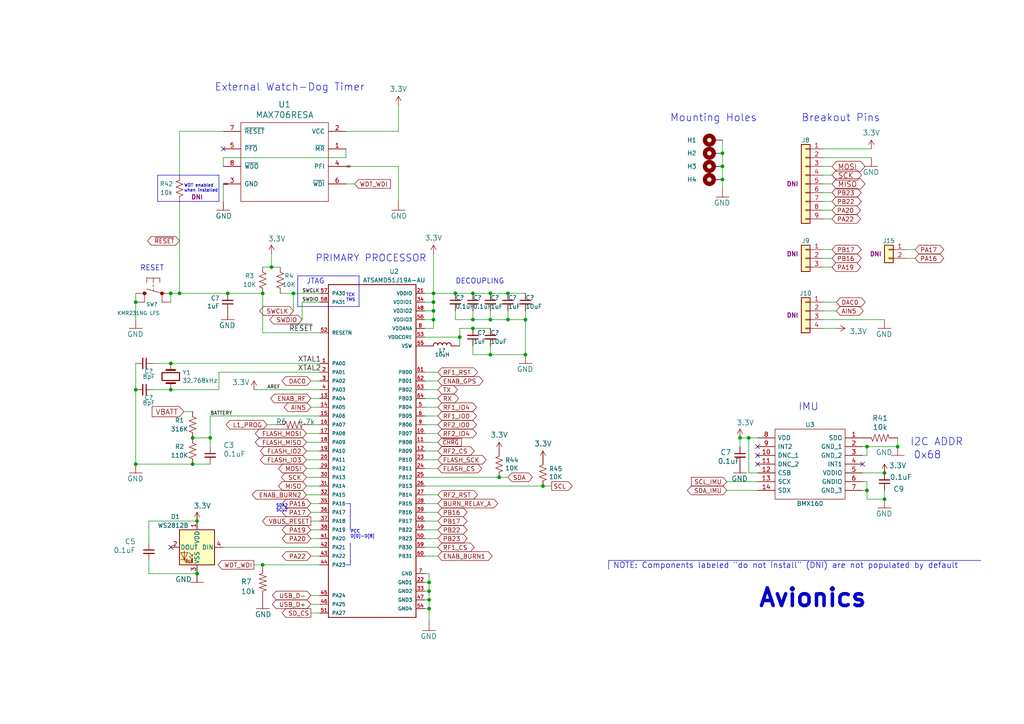
<source format=kicad_sch>
(kicad_sch (version 20230121) (generator eeschema)
  (paper "A4")
  (title_block (title "PyCubed Mainboard") (date "2021-06-09") (rev "v05c") (company "Max Holliday"))
  (junction (at 251.46 129.54))
  (junction (at 49.53 105.41))
  (junction (at 124.46 173.99))
  (junction (at 214.63 127))
  (junction (at 209.55 44.45))
  (junction (at 55.88 127))
  (junction (at 125.73 85.09))
  (junction (at 125.73 87.63))
  (junction (at 251.46 142.24))
  (junction (at 260.35 129.54))
  (junction (at 152.4 102.87))
  (junction (at 133.35 97.79))
  (junction (at 256.54 137.16))
  (junction (at 152.4 92.71))
  (junction (at 49.53 85.09))
  (junction (at 76.2 163.83))
  (junction (at 124.46 168.91))
  (junction (at 55.88 134.62))
  (junction (at 125.73 90.17))
  (junction (at 256.54 144.78))
  (junction (at 142.24 92.71))
  (junction (at 147.32 85.09))
  (junction (at 57.15 151.13))
  (junction (at 217.17 127))
  (junction (at 144.78 138.43))
  (junction (at 157.48 140.97))
  (junction (at 137.16 95.25))
  (junction (at 39.37 134.62))
  (junction (at 52.07 85.09))
  (junction (at 137.16 92.71))
  (junction (at 142.24 85.09))
  (junction (at 125.73 92.71))
  (junction (at 49.53 113.03))
  (junction (at 124.46 176.53))
  (junction (at 209.55 52.07))
  (junction (at 124.46 171.45))
  (junction (at 132.08 85.09))
  (junction (at 209.55 48.26))
  (junction (at 142.24 102.87))
  (junction (at 39.37 87.63))
  (junction (at 60.96 127))
  (junction (at 57.15 166.37))
  (junction (at 39.37 113.03))
  (junction (at 147.32 92.71))
  (junction (at 137.16 85.09))
  (junction (at 66.04 85.09))
  (junction (at 85.09 85.09))
  (junction (at 78.74 77.47))
  (junction (at 76.2 85.09))
  (no_connect (at 219.71 134.62))
  (no_connect (at 219.71 132.08))
  (no_connect (at 250.19 134.62))
  (no_connect (at 64.77 43.18))
  (no_connect (at 219.71 129.54))
  (no_connect (at 49.53 158.75))
  (wire (pts (xy 242.57 95.25) (xy 238.76 95.25)))
  (wire (pts (xy 49.53 113.03) (xy 63.5 113.03)))
  (wire (pts (xy 133.35 95.25) (xy 137.16 95.25)))
  (wire (pts (xy 80.01 123.19) (xy 77.47 123.19)))
  (wire (pts (xy 115.57 48.26) (xy 115.57 58.42)))
  (wire (pts (xy 160.02 140.97) (xy 157.48 140.97)))
  (wire (pts (xy 217.17 127) (xy 219.71 127)))
  (wire (pts (xy 92.71 96.52) (xy 76.2 96.52)))
  (wire (pts (xy 137.16 85.09) (xy 142.24 85.09)))
  (wire (pts (xy 92.71 133.35) (xy 88.9 133.35)))
  (wire (pts (xy 147.32 92.71) (xy 152.4 92.71)))
  (wire (pts (xy 251.46 129.54) (xy 260.35 129.54)))
  (wire (pts (xy 43.18 162.56) (xy 43.18 166.37)))
  (polyline (pts (xy 101.6 146.05) (xy 101.6 153.67)))
  (wire (pts (xy 39.37 85.09) (xy 39.37 87.63)))
  (wire (pts (xy 66.04 85.09) (xy 76.2 85.09)))
  (wire (pts (xy 92.71 175.26) (xy 90.17 175.26)))
  (wire (pts (xy 49.53 87.63) (xy 49.53 85.09)))
  (wire (pts (xy 125.73 92.71) (xy 125.73 90.17)))
  (wire (pts (xy 123.19 151.13) (xy 127 151.13)))
  (wire (pts (xy 242.57 87.63) (xy 238.76 87.63)))
  (wire (pts (xy 63.5 107.95) (xy 92.71 107.95)))
  (wire (pts (xy 88.9 125.73) (xy 92.71 125.73)))
  (wire (pts (xy 133.35 97.79) (xy 133.35 95.25)))
  (wire (pts (xy 241.3 53.34) (xy 238.76 53.34)))
  (wire (pts (xy 251.46 139.7) (xy 251.46 142.24)))
  (wire (pts (xy 142.24 102.87) (xy 152.4 102.87)))
  (wire (pts (xy 44.45 105.41) (xy 49.53 105.41)))
  (wire (pts (xy 214.63 127) (xy 217.17 127)))
  (wire (pts (xy 123.19 168.91) (xy 124.46 168.91)))
  (wire (pts (xy 238.76 58.42) (xy 241.3 58.42)))
  (wire (pts (xy 124.46 173.99) (xy 124.46 176.53)))
  (wire (pts (xy 64.77 48.26) (xy 64.77 45.72)))
  (wire (pts (xy 100.33 45.72) (xy 100.33 43.18)))
  (wire (pts (xy 100.33 48.26) (xy 115.57 48.26)))
  (wire (pts (xy 92.71 123.19) (xy 90.17 123.19)))
  (wire (pts (xy 39.37 105.41) (xy 39.37 113.03)))
  (wire (pts (xy 125.73 90.17) (xy 125.73 87.63)))
  (wire (pts (xy 73.66 113.03) (xy 92.71 113.03)))
  (wire (pts (xy 133.35 97.79) (xy 133.35 100.33)))
  (wire (pts (xy 43.18 151.13) (xy 57.15 151.13)))
  (wire (pts (xy 90.17 146.05) (xy 92.71 146.05)))
  (wire (pts (xy 238.76 92.71) (xy 256.54 92.71)))
  (wire (pts (xy 88.9 138.43) (xy 92.71 138.43)))
  (wire (pts (xy 137.16 95.25) (xy 142.24 95.25)))
  (wire (pts (xy 214.63 129.54) (xy 214.63 127)))
  (wire (pts (xy 88.9 128.27) (xy 92.71 128.27)))
  (wire (pts (xy 251.46 144.78) (xy 256.54 144.78)))
  (wire (pts (xy 137.16 102.87) (xy 142.24 102.87)))
  (wire (pts (xy 123.19 176.53) (xy 124.46 176.53)))
  (wire (pts (xy 123.19 113.03) (xy 127 113.03)))
  (wire (pts (xy 92.71 153.67) (xy 90.17 153.67)))
  (wire (pts (xy 123.19 166.37) (xy 124.46 166.37)))
  (wire (pts (xy 76.2 163.83) (xy 73.66 163.83)))
  (wire (pts (xy 115.57 38.1) (xy 100.33 38.1)))
  (wire (pts (xy 137.16 90.17) (xy 137.16 92.71)))
  (wire (pts (xy 39.37 87.63) (xy 39.37 92.71)))
  (wire (pts (xy 256.54 137.16) (xy 250.19 137.16)))
  (wire (pts (xy 55.88 127) (xy 60.96 127)))
  (wire (pts (xy 127 110.49) (xy 123.19 110.49)))
  (wire (pts (xy 52.07 85.09) (xy 66.04 85.09)))
  (wire (pts (xy 142.24 100.33) (xy 142.24 102.87)))
  (wire (pts (xy 43.18 151.13) (xy 43.18 157.48)))
  (wire (pts (xy 152.4 92.71) (xy 152.4 102.87)))
  (wire (pts (xy 241.3 50.8) (xy 238.76 50.8)))
  (polyline (pts (xy 104.14 88.9) (xy 104.14 80.01)))
  (wire (pts (xy 209.55 44.45) (xy 209.55 48.26)))
  (wire (pts (xy 142.24 92.71) (xy 142.24 90.17)))
  (wire (pts (xy 55.88 134.62) (xy 39.37 134.62)))
  (wire (pts (xy 78.74 73.66) (xy 78.74 77.47)))
  (wire (pts (xy 219.71 137.16) (xy 217.17 137.16)))
  (wire (pts (xy 81.28 85.09) (xy 85.09 85.09)))
  (wire (pts (xy 142.24 92.71) (xy 147.32 92.71)))
  (wire (pts (xy 250.19 129.54) (xy 251.46 129.54)))
  (wire (pts (xy 123.19 130.81) (xy 127 130.81)))
  (wire (pts (xy 123.19 158.75) (xy 127 158.75)))
  (wire (pts (xy 64.77 53.34) (xy 64.77 58.42)))
  (wire (pts (xy 123.19 143.51) (xy 127 143.51)))
  (wire (pts (xy 64.77 45.72) (xy 100.33 45.72)))
  (wire (pts (xy 241.3 48.26) (xy 238.76 48.26)))
  (polyline (pts (xy 63.5 50.8) (xy 63.5 58.42)))
  (wire (pts (xy 76.2 96.52) (xy 76.2 85.09)))
  (wire (pts (xy 92.71 172.72) (xy 90.17 172.72)))
  (polyline (pts (xy 45.72 50.8) (xy 63.5 50.8)))
  (wire (pts (xy 88.9 135.89) (xy 92.71 135.89)))
  (wire (pts (xy 251.46 142.24) (xy 251.46 144.78)))
  (wire (pts (xy 210.82 142.24) (xy 219.71 142.24)))
  (wire (pts (xy 250.19 142.24) (xy 251.46 142.24)))
  (wire (pts (xy 125.73 85.09) (xy 125.73 73.66)))
  (wire (pts (xy 250.19 132.08) (xy 251.46 132.08)))
  (wire (pts (xy 127 135.89) (xy 123.19 135.89)))
  (wire (pts (xy 123.19 153.67) (xy 127 153.67)))
  (wire (pts (xy 125.73 85.09) (xy 132.08 85.09)))
  (wire (pts (xy 250.19 139.7) (xy 251.46 139.7)))
  (wire (pts (xy 124.46 176.53) (xy 124.46 180.34)))
  (polyline (pts (xy 100.33 163.83) (xy 101.6 163.83)))
  (wire (pts (xy 256.54 142.24) (xy 256.54 144.78)))
  (wire (pts (xy 88.9 140.97) (xy 92.71 140.97)))
  (wire (pts (xy 123.19 85.09) (xy 125.73 85.09)))
  (wire (pts (xy 123.19 107.95) (xy 127 107.95)))
  (wire (pts (xy 124.46 168.91) (xy 124.46 171.45)))
  (wire (pts (xy 60.96 120.65) (xy 92.71 120.65)))
  (polyline (pts (xy 86.36 80.01) (xy 86.36 88.9)))
  (wire (pts (xy 49.53 85.09) (xy 52.07 85.09)))
  (wire (pts (xy 209.55 48.26) (xy 209.55 52.07)))
  (wire (pts (xy 76.2 77.47) (xy 78.74 77.47)))
  (wire (pts (xy 238.76 63.5) (xy 241.3 63.5)))
  (wire (pts (xy 209.55 40.64) (xy 209.55 44.45)))
  (polyline (pts (xy 176.53 165.1) (xy 176.53 162.56)))
  (wire (pts (xy 238.76 77.47) (xy 241.3 77.47)))
  (wire (pts (xy 142.24 92.71) (xy 137.16 92.71)))
  (wire (pts (xy 132.08 85.09) (xy 137.16 85.09)))
  (wire (pts (xy 124.46 171.45) (xy 124.46 173.99)))
  (wire (pts (xy 85.09 90.17) (xy 85.09 85.09)))
  (wire (pts (xy 60.96 129.54) (xy 60.96 127)))
  (wire (pts (xy 125.73 87.63) (xy 125.73 85.09)))
  (wire (pts (xy 137.16 102.87) (xy 137.16 100.33)))
  (wire (pts (xy 123.19 115.57) (xy 127 115.57)))
  (wire (pts (xy 123.19 92.71) (xy 125.73 92.71)))
  (wire (pts (xy 49.53 105.41) (xy 92.71 105.41)))
  (polyline (pts (xy 176.53 162.56) (xy 284.48 162.56)))
  (wire (pts (xy 115.57 38.1) (xy 115.57 30.48)))
  (wire (pts (xy 123.19 148.59) (xy 127 148.59)))
  (wire (pts (xy 238.76 74.93) (xy 241.3 74.93)))
  (wire (pts (xy 123.19 173.99) (xy 124.46 173.99)))
  (wire (pts (xy 64.77 158.75) (xy 92.71 158.75)))
  (wire (pts (xy 127 120.65) (xy 123.19 120.65)))
  (wire (pts (xy 209.55 52.07) (xy 209.55 54.61)))
  (wire (pts (xy 123.19 161.29) (xy 127 161.29)))
  (wire (pts (xy 124.46 166.37) (xy 124.46 168.91)))
  (wire (pts (xy 265.43 72.39) (xy 262.89 72.39)))
  (wire (pts (xy 127 128.27) (xy 123.19 128.27)))
  (wire (pts (xy 102.87 53.34) (xy 100.33 53.34)))
  (wire (pts (xy 87.63 87.63) (xy 92.71 87.63)))
  (polyline (pts (xy 45.72 58.42) (xy 45.72 50.8)))
  (wire (pts (xy 238.76 60.96) (xy 241.3 60.96)))
  (wire (pts (xy 123.19 140.97) (xy 157.48 140.97)))
  (wire (pts (xy 127 125.73) (xy 123.19 125.73)))
  (wire (pts (xy 87.63 87.63) (xy 87.63 92.71)))
  (wire (pts (xy 92.71 156.21) (xy 90.17 156.21)))
  (wire (pts (xy 92.71 148.59) (xy 90.17 148.59)))
  (wire (pts (xy 123.19 123.19) (xy 127 123.19)))
  (wire (pts (xy 92.71 115.57) (xy 90.17 115.57)))
  (wire (pts (xy 147.32 90.17) (xy 147.32 92.71)))
  (wire (pts (xy 147.32 85.09) (xy 152.4 85.09)))
  (wire (pts (xy 238.76 45.72) (xy 252.73 45.72)))
  (wire (pts (xy 123.19 95.25) (xy 125.73 95.25)))
  (wire (pts (xy 92.71 143.51) (xy 88.9 143.51)))
  (wire (pts (xy 52.07 38.1) (xy 52.07 50.8)))
  (wire (pts (xy 132.08 90.17) (xy 132.08 92.71)))
  (wire (pts (xy 123.19 146.05) (xy 127 146.05)))
  (wire (pts (xy 60.96 127) (xy 60.96 120.65)))
  (wire (pts (xy 60.96 134.62) (xy 55.88 134.62)))
  (polyline (pts (xy 86.36 88.9) (xy 104.14 88.9)))
  (wire (pts (xy 92.71 118.11) (xy 90.17 118.11)))
  (wire (pts (xy 242.57 90.17) (xy 238.76 90.17)))
  (wire (pts (xy 92.71 161.29) (xy 90.17 161.29)))
  (polyline (pts (xy 63.5 58.42) (xy 45.72 58.42)))
  (wire (pts (xy 123.19 97.79) (xy 133.35 97.79)))
  (wire (pts (xy 64.77 38.1) (xy 52.07 38.1)))
  (wire (pts (xy 123.19 90.17) (xy 125.73 90.17)))
  (wire (pts (xy 125.73 95.25) (xy 125.73 92.71)))
  (wire (pts (xy 63.5 113.03) (xy 63.5 107.95)))
  (wire (pts (xy 123.19 171.45) (xy 124.46 171.45)))
  (polyline (pts (xy 101.6 163.83) (xy 101.6 157.48)))
  (wire (pts (xy 44.45 113.03) (xy 49.53 113.03)))
  (wire (pts (xy 265.43 74.93) (xy 262.89 74.93)))
  (wire (pts (xy 90.17 177.8) (xy 92.71 177.8)))
  (wire (pts (xy 127 133.35) (xy 123.19 133.35)))
  (polyline (pts (xy 100.33 146.05) (xy 101.6 146.05)))
  (wire (pts (xy 251.46 129.54) (xy 251.46 132.08)))
  (wire (pts (xy 43.18 166.37) (xy 57.15 166.37)))
  (wire (pts (xy 142.24 85.09) (xy 147.32 85.09)))
  (wire (pts (xy 123.19 138.43) (xy 144.78 138.43)))
  (wire (pts (xy 260.35 129.54) (xy 260.35 127)))
  (wire (pts (xy 152.4 90.17) (xy 152.4 92.71)))
  (wire (pts (xy 52.07 58.42) (xy 52.07 85.09)))
  (wire (pts (xy 78.74 77.47) (xy 81.28 77.47)))
  (wire (pts (xy 123.19 118.11) (xy 127 118.11)))
  (wire (pts (xy 217.17 137.16) (xy 217.17 127)))
  (wire (pts (xy 147.32 138.43) (xy 144.78 138.43)))
  (wire (pts (xy 39.37 113.03) (xy 39.37 134.62)))
  (wire (pts (xy 210.82 139.7) (xy 219.71 139.7)))
  (wire (pts (xy 53.34 119.38) (xy 55.88 119.38)))
  (wire (pts (xy 137.16 92.71) (xy 132.08 92.71)))
  (wire (pts (xy 123.19 156.21) (xy 127 156.21)))
  (wire (pts (xy 238.76 55.88) (xy 241.3 55.88)))
  (wire (pts (xy 123.19 87.63) (xy 125.73 87.63)))
  (wire (pts (xy 252.73 43.18) (xy 238.76 43.18)))
  (polyline (pts (xy 104.14 80.01) (xy 86.36 80.01)))
  (wire (pts (xy 88.9 130.81) (xy 92.71 130.81)))
  (wire (pts (xy 90.17 151.13) (xy 92.71 151.13)))
  (wire (pts (xy 85.09 85.09) (xy 92.71 85.09)))
  (wire (pts (xy 238.76 72.39) (xy 241.3 72.39)))
  (wire (pts (xy 92.71 110.49) (xy 90.17 110.49)))
  (wire (pts (xy 92.71 163.83) (xy 76.2 163.83)))
  (text "WDT enabled\nwhen installed" (at 53.34 55.88 0) (effects (font (size 0.889 0.889)) (justify left bottom)))
  (text "Mounting Holes" (at 194.31 35.56 0) (effects (font (size 2.159 2.159)) (justify left bottom)))
  (text "NOTE: Components labeled \"do not install\" (DNI) are not populated by default" (at 177.8 165.1 0) (effects (font (size 1.651 1.651)) (justify left bottom)))
  (text "Avionics" (at 219.71 176.53 0) (effects (font (size 5.08 5.08) (thickness 1.016) bold) (justify left bottom)))
  (text "I2C ADDR" (at 279.4 129.54 0) (effects (font (size 2.159 2.159)) (justify right bottom)))
  (text "Breakout Pins" (at 232.41 35.56 0) (effects (font (size 2.159 2.159)) (justify left bottom)))
  (text "TCK\nTMS" (at 100.33 87.63 0) (effects (font (size 0.889 0.889)) (justify left bottom)))
  (text "RESET" (at 40.64 78.74 0) (effects (font (size 1.4986 1.4986)) (justify left bottom)))
  (text "SDA2" (at 80.01 147.32 0) (effects (font (size 0.889 0.889)) (justify left bottom)))
  (text "External Watch-Dog Timer" (at 62.23 26.67 0) (effects (font (size 2.159 2.159)) (justify left bottom)))
  (text "SCL2" (at 80.01 148.59 0) (effects (font (size 0.889 0.889)) (justify left bottom)))
  (text "PCC\nD[0]-D[8]" (at 101.6 156.21 0) (effects (font (size 0.889 0.889)) (justify left bottom)))
  (text "DECOUPLING\n" (at 132.08 82.55 0) (effects (font (size 1.4986 1.4986)) (justify left bottom)))
  (text "JTAG\n" (at 88.9 82.55 0) (effects (font (size 1.4986 1.4986)) (justify left bottom)))
  (text "PRIMARY PROCESSOR" (at 91.44 76.2 0) (effects (font (size 2.0066 2.0066)) (justify left bottom)))
  (text "0x68" (at 273.05 133.35 0) (effects (font (size 2.159 2.159)) (justify right bottom)))
  (text "IMU" (at 237.49 119.38 0) (effects (font (size 2.159 2.159)) (justify right bottom)))
  (label "XTAL1" (at 86.36 105.41 0) (effects (font (size 1.524 1.524))))
  (label "SWDIO" (at 87.63 87.63 0) (effects (font (size 0.9906 0.9906))))
  (label "AREF" (at 77.47 113.03 0) (effects (font (size 1.016 1.016))))
  (label "XTAL2" (at 86.36 107.95 0) (effects (font (size 1.524 1.524))))
  (label "BATTERY" (at 60.96 120.65 0) (effects (font (size 1.016 1.016))))
  (label "~{RESET}" (at 83.82 96.52 0) (effects (font (size 1.4986 1.4986))))
  (label "SWCLK" (at 87.63 85.09 0) (effects (font (size 0.9906 0.9906))))
  (global_label "MOSI" (shape bidirectional) (at 241.3 48.26 0) (effects (font (size 1.4986 1.4986))) (property "Intersheetrefs" "${INTERSHEET_REFS}" (effects hide)))
  (global_label "PA19" (shape bidirectional) (at 241.3 77.47 0) (property "Intersheetrefs" "${INTERSHEET_REFS}" (effects hide)))
  (global_label "RF1_CS" (shape bidirectional) (at 127 158.75 0) (property "Intersheetrefs" "${INTERSHEET_REFS}" (effects hide)))
  (global_label "GND" (shape bidirectional) (at 64.77 53.34 0) (effects (font (size 0.254 0.254))) (property "Intersheetrefs" "${INTERSHEET_REFS}" (effects hide)))
  (global_label "RF2_IO4" (shape bidirectional) (at 127 125.73 0) (property "Intersheetrefs" "${INTERSHEET_REFS}" (effects hide)))
  (global_label "FLASH_CS" (shape bidirectional) (at 127 135.89 0) (property "Intersheetrefs" "${INTERSHEET_REFS}" (effects hide)))
  (global_label "MISO" (shape bidirectional) (at 241.3 53.34 0) (effects (font (size 1.4986 1.4986))) (property "Intersheetrefs" "${INTERSHEET_REFS}" (effects hide)))
  (global_label "TX" (shape bidirectional) (at 127 113.03 0) (property "Intersheetrefs" "${INTERSHEET_REFS}" (effects hide)))
  (global_label "WDT_WDI" (shape input) (at 102.87 53.34 0) (property "Intersheetrefs" "${INTERSHEET_REFS}" (effects hide)))
  (global_label "PB16" (shape bidirectional) (at 127 148.59 0) (property "Intersheetrefs" "${INTERSHEET_REFS}" (effects hide)))
  (global_label "~{CHRG}" (shape input) (at 127 128.27 0) (effects (font (size 1.143 1.143))) (property "Intersheetrefs" "${INTERSHEET_REFS}" (effects hide)))
  (global_label "RF2_CS" (shape bidirectional) (at 127 130.81 0) (property "Intersheetrefs" "${INTERSHEET_REFS}" (effects hide)))
  (global_label "RF1_IO4" (shape bidirectional) (at 127 118.11 0) (property "Intersheetrefs" "${INTERSHEET_REFS}" (effects hide)))
  (global_label "WDT_WDI" (shape output) (at 73.66 163.83 180) (property "Intersheetrefs" "${INTERSHEET_REFS}" (effects hide)))
  (global_label "AIN5" (shape bidirectional) (at 90.17 118.11 180) (property "Intersheetrefs" "${INTERSHEET_REFS}" (effects hide)))
  (global_label "PB22" (shape bidirectional) (at 127 153.67 0) (property "Intersheetrefs" "${INTERSHEET_REFS}" (effects hide)))
  (global_label "RF1_IO0" (shape bidirectional) (at 127 120.65 0) (property "Intersheetrefs" "${INTERSHEET_REFS}" (effects hide)))
  (global_label "RF2_RST" (shape bidirectional) (at 127 143.51 0) (property "Intersheetrefs" "${INTERSHEET_REFS}" (effects hide)))
  (global_label "PB23" (shape bidirectional) (at 241.3 55.88 0) (property "Intersheetrefs" "${INTERSHEET_REFS}" (effects hide)))
  (global_label "AIN5" (shape bidirectional) (at 242.57 90.17 0) (property "Intersheetrefs" "${INTERSHEET_REFS}" (effects hide)))
  (global_label "VBUS_RESET" (shape output) (at 90.17 151.13 180) (property "Intersheetrefs" "${INTERSHEET_REFS}" (effects hide)))
  (global_label "PB22" (shape bidirectional) (at 241.3 58.42 0) (property "Intersheetrefs" "${INTERSHEET_REFS}" (effects hide)))
  (global_label "PA20" (shape bidirectional) (at 241.3 60.96 0) (property "Intersheetrefs" "${INTERSHEET_REFS}" (effects hide)))
  (global_label "DAC0" (shape bidirectional) (at 90.17 110.49 180) (property "Intersheetrefs" "${INTERSHEET_REFS}" (effects hide)))
  (global_label "FLASH_MISO" (shape bidirectional) (at 88.9 128.27 180) (property "Intersheetrefs" "${INTERSHEET_REFS}" (effects hide)))
  (global_label "ENAB_BURN1" (shape bidirectional) (at 127 161.29 0) (property "Intersheetrefs" "${INTERSHEET_REFS}" (effects hide)))
  (global_label "SCK" (shape bidirectional) (at 88.9 138.43 180) (property "Intersheetrefs" "${INTERSHEET_REFS}" (effects hide)))
  (global_label "PA19" (shape bidirectional) (at 90.17 153.67 180) (property "Intersheetrefs" "${INTERSHEET_REFS}" (effects hide)))
  (global_label "PA20" (shape bidirectional) (at 90.17 156.21 180) (property "Intersheetrefs" "${INTERSHEET_REFS}" (effects hide)))
  (global_label "FLASH_MOSI" (shape bidirectional) (at 88.9 125.73 180) (property "Intersheetrefs" "${INTERSHEET_REFS}" (effects hide)))
  (global_label "SCL" (shape output) (at 160.02 140.97 0) (property "Intersheetrefs" "${INTERSHEET_REFS}" (effects hide)))
  (global_label "PA22" (shape bidirectional) (at 241.3 63.5 0) (property "Intersheetrefs" "${INTERSHEET_REFS}" (effects hide)))
  (global_label "~{RESET}" (shape bidirectional) (at 52.07 69.85 180) (property "Intersheetrefs" "${INTERSHEET_REFS}" (effects hide)))
  (global_label "SCL_IMU" (shape input) (at 210.82 139.7 180) (property "Intersheetrefs" "${INTERSHEET_REFS}" (effects hide)))
  (global_label "SDA" (shape bidirectional) (at 147.32 138.43 0) (property "Intersheetrefs" "${INTERSHEET_REFS}" (effects hide)))
  (global_label "GND" (shape bidirectional) (at 100.33 48.26 0) (effects (font (size 0.254 0.254))) (property "Intersheetrefs" "${INTERSHEET_REFS}" (effects hide)))
  (global_label "PB23" (shape bidirectional) (at 127 156.21 0) (property "Intersheetrefs" "${INTERSHEET_REFS}" (effects hide)))
  (global_label "PA17" (shape bidirectional) (at 90.17 148.59 180) (property "Intersheetrefs" "${INTERSHEET_REFS}" (effects hide)))
  (global_label "USB_D+" (shape bidirectional) (at 90.17 175.26 180) (property "Intersheetrefs" "${INTERSHEET_REFS}" (effects hide)))
  (global_label "PB16" (shape bidirectional) (at 241.3 74.93 0) (property "Intersheetrefs" "${INTERSHEET_REFS}" (effects hide)))
  (global_label "SWDIO" (shape bidirectional) (at 87.63 92.71 180) (property "Intersheetrefs" "${INTERSHEET_REFS}" (effects hide)))
  (global_label "RX" (shape bidirectional) (at 127 115.57 0) (property "Intersheetrefs" "${INTERSHEET_REFS}" (effects hide)))
  (global_label "L1_PROG" (shape bidirectional) (at 77.47 123.19 180) (property "Intersheetrefs" "${INTERSHEET_REFS}" (effects hide)))
  (global_label "FLASH_IO2" (shape bidirectional) (at 88.9 130.81 180) (property "Intersheetrefs" "${INTERSHEET_REFS}" (effects hide)))
  (global_label "BURN_RELAY_A" (shape bidirectional) (at 127 146.05 0) (property "Intersheetrefs" "${INTERSHEET_REFS}" (effects hide)))
  (global_label "MISO" (shape bidirectional) (at 88.9 140.97 180) (property "Intersheetrefs" "${INTERSHEET_REFS}" (effects hide)))
  (global_label "MOSI" (shape bidirectional) (at 88.9 135.89 180) (property "Intersheetrefs" "${INTERSHEET_REFS}" (effects hide)))
  (global_label "PA16" (shape bidirectional) (at 265.43 74.93 0) (property "Intersheetrefs" "${INTERSHEET_REFS}" (effects hide)))
  (global_label "PB17" (shape bidirectional) (at 127 151.13 0) (property "Intersheetrefs" "${INTERSHEET_REFS}" (effects hide)))
  (global_label "PA17" (shape bidirectional) (at 265.43 72.39 0) (property "Intersheetrefs" "${INTERSHEET_REFS}" (effects hide)))
  (global_label "SD_CS" (shape output) (at 90.17 177.8 180) (property "Intersheetrefs" "${INTERSHEET_REFS}" (effects hide)))
  (global_label "PA16" (shape bidirectional) (at 90.17 146.05 180) (property "Intersheetrefs" "${INTERSHEET_REFS}" (effects hide)))
  (global_label "ENAB_RF" (shape bidirectional) (at 90.17 115.57 180) (property "Intersheetrefs" "${INTERSHEET_REFS}" (effects hide)))
  (global_label "ENAB_BURN2" (shape bidirectional) (at 88.9 143.51 180) (property "Intersheetrefs" "${INTERSHEET_REFS}" (effects hide)))
  (global_label "SDA_IMU" (shape bidirectional) (at 210.82 142.24 180) (property "Intersheetrefs" "${INTERSHEET_REFS}" (effects hide)))
  (global_label "VBATT" (shape input) (at 53.34 119.38 180) (effects (font (size 1.4986 1.4986))) (property "Intersheetrefs" "${INTERSHEET_REFS}" (effects hide)))
  (global_label "USB_D-" (shape bidirectional) (at 90.17 172.72 180) (property "Intersheetrefs" "${INTERSHEET_REFS}" (effects hide)))
  (global_label "FLASH_SCK" (shape bidirectional) (at 127 133.35 0) (property "Intersheetrefs" "${INTERSHEET_REFS}" (effects hide)))
  (global_label "PA22" (shape bidirectional) (at 90.17 161.29 180) (property "Intersheetrefs" "${INTERSHEET_REFS}" (effects hide)))
  (global_label "PB17" (shape bidirectional) (at 241.3 72.39 0) (property "Intersheetrefs" "${INTERSHEET_REFS}" (effects hide)))
  (global_label "SWCLK" (shape bidirectional) (at 85.09 90.17 180) (property "Intersheetrefs" "${INTERSHEET_REFS}" (effects hide)))
  (global_label "RF1_RST" (shape bidirectional) (at 127 107.95 0) (property "Intersheetrefs" "${INTERSHEET_REFS}" (effects hide)))
  (global_label "RF2_IO0" (shape bidirectional) (at 127 123.19 0) (property "Intersheetrefs" "${INTERSHEET_REFS}" (effects hide)))
  (global_label "SCK" (shape bidirectional) (at 241.3 50.8 0) (effects (font (size 1.4986 1.4986))) (property "Intersheetrefs" "${INTERSHEET_REFS}" (effects hide)))
  (global_label "FLASH_IO3" (shape bidirectional) (at 88.9 133.35 180) (property "Intersheetrefs" "${INTERSHEET_REFS}" (effects hide)))
  (global_label "DAC0" (shape bidirectional) (at 242.57 87.63 0) (property "Intersheetrefs" "${INTERSHEET_REFS}" (effects hide)))
  (global_label "ENAB_GPS" (shape bidirectional) (at 127 110.49 0) (property "Intersheetrefs" "${INTERSHEET_REFS}" (effects hide)))
  (symbol (lib_id "mainboard:GND") (at 64.77 60.96 0) (mirror y) (unit 1)
    (property "Reference" "#GND06" (effects hide))
    (property "Value" "GND" (at 67.31 63.5 0) (effects (font (size 1.4986 1.4986)) (justify left bottom)))
    (instances (project "mainboard" (path "" (reference "#GND06") (unit 1)) (path "" (reference "#GND?") (unit 1))))
  )
  (symbol (lib_id "mainboard:3.3V") (at 115.57 30.48 0) (mirror y) (unit 1)
    (property "Reference" "#SUPPLY01" (effects hide))
    (property "Value" "3.3V" (at 118.11 26.67 0) (effects (font (size 1.4986 1.4986)) (justify left bottom)))
    (instances (project "mainboard" (path "" (reference "#SUPPLY01") (unit 1)) (path "" (reference "#SUPPLY?") (unit 1))))
  )
  (symbol (lib_id "mainboard:C_Small") (at 256.54 139.7 0) (mirror x) (unit 1)
    (property "Reference" "C9" (at 259.08 140.97 0) (effects (font (size 1.4986 1.4986)) (justify left bottom)))
    (property "Value" "0.1uF" (at 258.064 137.541 0) (effects (font (size 1.4986 1.4986)) (justify left bottom)))
    (property "Footprint" "Capacitor_SMD:C_0603_1608Metric" (effects hide))
    (property "Description" "0.1uF +-10% 50V X7R 0603" (effects hide))
    (instances (project "mainboard" (path "" (reference "C9") (unit 1)) (path "" (reference "C?") (unit 1))))
  )
  (symbol (lib_id "mainboard:GND") (at 76.2 176.53 0) (mirror y) (unit 1)
    (property "Reference" "#GND010" (effects hide))
    (property "Value" "GND" (at 78.74 179.07 0) (effects (font (size 1.4986 1.4986)) (justify left bottom)))
    (instances (project "mainboard" (path "" (reference "#GND010") (unit 1)) (path "" (reference "#GND?") (unit 1))))
  )
  (symbol (lib_id "mainboard:C_Small") (at 152.4 87.63 0) (unit 1)
    (property "Reference" "C?" (at 152.4 86.36 0) (effects (justify left)))
    (property "Value" "10uF" (at 152.4 88.9 0) (effects (justify left)))
    (property "Footprint" "Capacitor_SMD:C_0603_1608Metric" (effects hide))
    (property "Description" "10uF +-20% 10V X5R" (effects hide))
    (instances (project "mainboard" (path "" (reference "C?") (unit 1)) (path "" (reference "C16") (unit 1))))
  )
  (symbol (lib_id "mainboard:C_Small") (at 147.32 87.63 0) (unit 1)
    (property "Reference" "C?" (at 147.32 86.36 0) (effects (justify left)))
    (property "Value" "1uF" (at 147.32 88.9 0) (effects (justify left)))
    (property "Footprint" "Capacitor_SMD:C_0603_1608Metric" (effects hide))
    (property "Description" "1uF 0603 X7R" (effects hide))
    (instances (project "mainboard" (path "" (reference "C?") (unit 1)) (path "" (reference "C15") (unit 1))))
  )
  (symbol (lib_id "mainboard:C_Small") (at 142.24 87.63 0) (unit 1)
    (property "Reference" "C?" (at 142.24 86.36 0) (effects (justify left)))
    (property "Value" "1uF" (at 142.24 88.9 0) (effects (justify left)))
    (property "Footprint" "Capacitor_SMD:C_0603_1608Metric" (effects hide))
    (property "Description" "1uF 0603 X7R" (effects hide))
    (instances (project "mainboard" (path "" (reference "C?") (unit 1)) (path "" (reference "C13") (unit 1))))
  )
  (symbol (lib_id "mainboard:C_Small") (at 66.04 87.63 0) (mirror x) (unit 1)
    (property "Reference" "C?" (at 63.7032 86.4616 0) (effects (justify right)))
    (property "Value" "1uF" (at 63.7032 88.773 0) (effects (justify right)))
    (property "Footprint" "Capacitor_SMD:C_0603_1608Metric" (effects hide))
    (property "Description" "1uF 0603 X7R" (effects hide))
    (instances (project "mainboard" (path "" (reference "C?") (unit 1)) (path "" (reference "C4") (unit 1))))
  )
  (symbol (lib_id "mainboard:C_Small") (at 137.16 97.79 0) (mirror x) (unit 1)
    (property "Reference" "C?" (at 140.97 96.52 0) (effects (justify right)))
    (property "Value" "1uF" (at 140.97 99.06 0) (effects (justify right)))
    (property "Footprint" "Capacitor_SMD:C_0603_1608Metric" (effects hide))
    (property "Description" "1uF 0603 X7R" (effects hide))
    (instances (project "mainboard" (path "" (reference "C?") (unit 1)) (path "" (reference "C12") (unit 1))))
  )
  (symbol (lib_id "mainboard:INDUCTOR-Adafruit_Feather_M4_Express-eagle-import-lab64_SAM32-rescue-SAMD-10-rescue-SAM32-rescue") (at 128.27 100.33 0) (mirror y) (unit 1)
    (property "Reference" "L?" (at 128.27 101.6 0) (effects (font (size 1.0668 1.0668))))
    (property "Value" "10uH" (at 128.27 102.87 0) (effects (font (size 1.0668 1.0668))))
    (property "Footprint" "Inductor_SMD:L_0805_2012Metric_Pad1.15x1.40mm_HandSolder" (effects hide))
    (property "Description" "10uH Unshielded 0805" (effects hide))
    (property "Flight" "MGFL2012F100MT-LF" (effects hide))
    (property "Manufacturer_Name" "MicroGate" (effects hide))
    (property "Manufacturer_Part_Number" "MGFL2012F100MT-LF" (effects hide))
    (property "Proto" "MGFL2012F100MT-LF" (effects hide))
    (instances (project "mainboard" (path "" (reference "L?") (unit 1)) (path "" (reference "L1") (unit 1))))
  )
  (symbol (lib_id "mainboard:C_Small") (at 142.24 97.79 0) (mirror y) (unit 1)
    (property "Reference" "C?" (at 142.24 96.52 0) (effects (justify right)))
    (property "Value" "10uF" (at 142.24 99.06 0) (effects (justify right)))
    (property "Footprint" "Capacitor_SMD:C_0603_1608Metric" (effects hide))
    (property "Description" "10uF +-20% 10V X5R" (effects hide))
    (instances (project "mainboard" (path "" (reference "C?") (unit 1)) (path "" (reference "C14") (unit 1))))
  )
  (symbol (lib_id "mainboard:SWITCH_SMT4.6X2.8") (at 44.45 85.09 0) (mirror y) (unit 1)
    (property "Reference" "SW?" (at 45.72 88.9 0) (effects (font (size 1.0668 1.0668)) (justify left bottom)))
    (property "Value" "KMR231NG LFS" (at 46.355 91.44 0) (effects (font (size 1.0668 1.0668)) (justify left bottom)))
    (property "Footprint" "mainboard:BTN_KMR2_4.6X2.8" (effects hide))
    (property "Datasheet" "https://www.ckswitches.com/media/1479/kmr2.pdf" (effects hide))
    (property "Description" "Tactile Switch SPST-NO" (effects hide))
    (property "Flight" "KMR231NG LFS" (effects hide))
    (property "Manufacturer_Name" "C&K" (effects hide))
    (property "Manufacturer_Part_Number" "KMR231NG LFS" (effects hide))
    (property "Proto" "KMR231NG LFS" (effects hide))
    (instances (project "mainboard" (path "" (reference "SW?") (unit 1)) (path "" (reference "SW1") (unit 1))))
  )
  (symbol (lib_id "mainboard:C_Small") (at 41.91 105.41 270) (mirror x) (unit 1)
    (property "Reference" "C?" (at 43.1546 107.696 90))
    (property "Value" "8pF" (at 43.18 109.22 90))
    (property "Footprint" "Capacitor_SMD:C_0603_1608Metric" (effects hide))
    (property "Description" "8pF +-0.25pF 50V C0G 0603" (effects hide))
    (instances (project "mainboard" (path "" (reference "C?") (unit 1)) (path "" (reference "C1") (unit 1))))
  )
  (symbol (lib_id "mainboard:C_Small") (at 41.91 113.03 270) (mirror x) (unit 1)
    (property "Reference" "C?" (at 43.1546 115.316 90))
    (property "Value" "8pF" (at 43.18 116.84 90))
    (property "Footprint" "Capacitor_SMD:C_0603_1608Metric" (effects hide))
    (property "Description" "8pF +-0.25pF 50V C0G 0603" (effects hide))
    (instances (project "mainboard" (path "" (reference "C?") (unit 1)) (path "" (reference "C2") (unit 1))))
  )
  (symbol (lib_id "Device:R_US") (at 55.88 123.19 0) (unit 1)
    (property "Reference" "R1" (at 52.07 121.92 0))
    (property "Value" "316K" (at 52.07 124.46 0))
    (property "Footprint" "Resistor_SMD:R_0603_1608Metric" (effects hide))
    (property "Description" "316K 0603" (effects hide))
  )
  (symbol (lib_id "Device:R_US") (at 81.28 81.28 0) (unit 1)
    (property "Reference" "R4" (at 83.82 80.01 0))
    (property "Value" "10K" (at 83.82 82.55 0))
    (property "Footprint" "Resistor_SMD:R_0603_1608Metric" (effects hide))
    (property "Description" "10K 0603" (effects hide))
  )
  (symbol (lib_id "Device:R_US") (at 76.2 81.28 0) (unit 1)
    (property "Reference" "R3" (at 72.39 80.01 0))
    (property "Value" "10K" (at 72.39 82.55 0))
    (property "Footprint" "Resistor_SMD:R_0603_1608Metric" (effects hide))
    (property "Description" "10K 0603" (effects hide))
  )
  (symbol (lib_id "Device:R_US") (at 55.88 130.81 180) (unit 1)
    (property "Reference" "R2" (at 52.07 129.54 0))
    (property "Value" "110K" (at 52.07 132.08 0))
    (property "Footprint" "Resistor_SMD:R_0603_1608Metric" (effects hide))
    (property "Description" "110K 0603" (effects hide))
  )
  (symbol (lib_name "ATSAMD51J20A-AU-ATSAMD51J20A-AU-lab64_SAM32-rescue-lab64_SAM32-rescue-SAMD-10-rescue-SAM32-rescue_1") (lib_id "mainboard:ATSAMD51J20A-AU-ATSAMD51J20A-AU-lab64_SAM32-rescue-lab64_SAM32-rescue-SAMD-10-rescue-SAM32-rescue") (at 107.95 130.81 0) (unit 1)
    (property "Reference" "U2" (at 114.3 78.74 0))
    (property "Value" "ATSAMD51J19A-AU" (at 114.3 81.28 0))
    (property "Footprint" "mainboard:QFP50P1200X1200X120-64N" (effects hide))
    (property "Datasheet" "https://ww1.microchip.com/downloads/en/DeviceDoc/SAM_D5x_E5x_Family_Data_Sheet_DS60001507G.pdf" (effects hide))
    (property "Description" "Microcontroller" (effects hide))
    (property "Flight" "ATSAMD51J19A-AU" (effects hide))
    (property "Manufacturer_Name" "Microchip Technology" (effects hide))
    (property "Manufacturer_Part_Number" "ATSAMD51J19A-AU" (effects hide))
    (property "Proto" "ATSAMD51J19A-AU" (effects hide))
  )
  (symbol (lib_id "mainboard:C_Small") (at 137.16 87.63 0) (unit 1)
    (property "Reference" "C?" (at 137.16 86.36 0) (effects (justify left)))
    (property "Value" "0.1uF" (at 137.16 88.9 0) (effects (justify left)))
    (property "Footprint" "Capacitor_SMD:C_0603_1608Metric" (effects hide))
    (property "Description" "0.1uF +-10% 50V X7R 0603" (effects hide))
    (instances (project "mainboard" (path "" (reference "C?") (unit 1)) (path "" (reference "C11") (unit 1))))
  )
  (symbol (lib_id "mainboard:3.3V") (at 125.73 73.66 0) (unit 1)
    (property "Reference" "#SUPPLY04" (effects hide))
    (property "Value" "3.3V" (at 123.19 69.85 0) (effects (font (size 1.4986 1.4986)) (justify left bottom)))
    (instances (project "mainboard" (path "" (reference "#SUPPLY04") (unit 1)) (path "" (reference "#SUPPLY?") (unit 1))))
  )
  (symbol (lib_id "mainboard:3.3V") (at 78.74 73.66 0) (unit 1)
    (property "Reference" "#SUPPLY02" (effects hide))
    (property "Value" "3.3V" (at 77.724 70.104 0) (effects (font (size 1.4986 1.4986)) (justify left bottom)))
    (instances (project "mainboard" (path "" (reference "#SUPPLY02") (unit 1)) (path "" (reference "#SUPPLY?") (unit 1))))
  )
  (symbol (lib_id "mainboard:GND") (at 124.46 182.88 0) (unit 1)
    (property "Reference" "#GND08" (effects hide))
    (property "Value" "GND" (at 121.92 185.42 0) (effects (font (size 1.4986 1.4986)) (justify left bottom)))
    (instances (project "mainboard" (path "" (reference "#GND08") (unit 1)) (path "" (reference "#GND?") (unit 1))))
  )
  (symbol (lib_id "mainboard:GND") (at 57.15 168.91 0) (unit 1)
    (property "Reference" "#GND05" (effects hide))
    (property "Value" "GND" (at 50.8 168.91 0) (effects (font (size 1.4986 1.4986)) (justify left bottom)))
    (instances (project "mainboard" (path "" (reference "#GND05") (unit 1)) (path "" (reference "#GND?") (unit 1))))
  )
  (symbol (lib_id "mainboard:GND") (at 152.4 105.41 0) (unit 1)
    (property "Reference" "#GND09" (effects hide))
    (property "Value" "GND" (at 149.86 107.95 0) (effects (font (size 1.4986 1.4986)) (justify left bottom)))
    (instances (project "mainboard" (path "" (reference "#GND09") (unit 1)) (path "" (reference "#GND?") (unit 1))))
  )
  (symbol (lib_id "mainboard:GND") (at 66.04 92.71 0) (unit 1)
    (property "Reference" "#GND04" (effects hide))
    (property "Value" "GND" (at 63.5 95.25 0) (effects (font (size 1.4986 1.4986)) (justify left bottom)))
    (instances (project "mainboard" (path "" (reference "#GND04") (unit 1)) (path "" (reference "#GND?") (unit 1))))
  )
  (symbol (lib_id "mainboard:GND") (at 39.37 137.16 0) (unit 1)
    (property "Reference" "#GND03" (effects hide))
    (property "Value" "GND" (at 36.83 139.7 0) (effects (font (size 1.4986 1.4986)) (justify left bottom)))
    (instances (project "mainboard" (path "" (reference "#GND03") (unit 1)) (path "" (reference "#GND?") (unit 1))))
  )
  (symbol (lib_id "mainboard:GND") (at 39.37 95.25 0) (unit 1)
    (property "Reference" "#GND02" (effects hide))
    (property "Value" "GND" (at 36.83 97.79 0) (effects (font (size 1.4986 1.4986)) (justify left bottom)))
    (instances (project "mainboard" (path "" (reference "#GND02") (unit 1)) (path "" (reference "#GND?") (unit 1))))
  )
  (symbol (lib_id "mainboard:C_Small") (at 60.96 132.08 0) (mirror y) (unit 1)
    (property "Reference" "C3" (at 64.77 128.27 0) (effects (font (size 1.4986 1.4986)) (justify right top)))
    (property "Value" "0.1uF" (at 64.77 130.81 0) (effects (font (size 1.4986 1.4986)) (justify right top)))
    (property "Footprint" "Capacitor_SMD:C_0603_1608Metric" (effects hide))
    (property "Description" "0.1uF +-10% 50V X7R 0603" (effects hide))
    (instances (project "mainboard" (path "" (reference "C3") (unit 1)) (path "" (reference "C?") (unit 1))))
  )
  (symbol (lib_id "mainboard:3.3V") (at 73.66 113.03 0) (unit 1)
    (property "Reference" "#SUPPLY0101" (effects hide))
    (property "Value" "3.3V" (at 67.31 111.76 0) (effects (font (size 1.4986 1.4986)) (justify left bottom)))
    (instances (project "mainboard" (path "" (reference "#SUPPLY0101") (unit 1)) (path "" (reference "#SUPPLY?") (unit 1))))
  )
  (symbol (lib_id "Connector_Generic:Conn_01x09") (at 233.68 53.34 0) (mirror y) (unit 1)
    (property "Reference" "J8" (at 233.68 40.64 0))
    (property "Value" "Conn_01x09" (effects hide))
    (property "Footprint" "Connector_PinHeader_2.54mm:PinHeader_1x09_P2.54mm_Vertical" (effects hide))
    (property "DNI" "DNI" (at 229.87 53.34 0) (effects (font bold)))
    (property "Description" "Vertical Header - 0.1in (2.54mm)" (effects hide))
  )
  (symbol (lib_id "mainboard:3.3V") (at 252.73 43.18 0) (mirror y) (unit 1)
    (property "Reference" "#SUPPLY0111" (effects hide))
    (property "Value" "3.3V" (at 255.27 39.37 0) (effects (font (size 1.4986 1.4986)) (justify left bottom)))
    (instances (project "mainboard" (path "" (reference "#SUPPLY0111") (unit 1)) (path "" (reference "#SUPPLY?") (unit 1))))
  )
  (symbol (lib_id "mainboard:GND") (at 252.73 48.26 0) (unit 1)
    (property "Reference" "#GND0101" (effects hide))
    (property "Value" "GND" (at 250.19 50.8 0) (effects (font (size 1.4986 1.4986)) (justify left bottom)))
    (instances (project "mainboard" (path "" (reference "#GND0101") (unit 1)) (path "" (reference "#GND?") (unit 1))))
  )
  (symbol (lib_id "Device:Crystal") (at 49.53 109.22 270) (unit 1)
    (property "Reference" "Y1" (at 52.8574 108.0516 90) (effects (justify left)))
    (property "Value" "32.768kHz" (at 52.8574 110.363 90) (effects (justify left)))
    (property "Footprint" "Crystal:Crystal_SMD_3215-2Pin_3.2x1.5mm" (effects hide))
    (property "Datasheet" "https://abracon.com/Resonators/ABS07.pdf" (effects hide))
    (property "Description" "32.768kHz Crystal Oscillator" (effects hide))
    (property "Flight" "ABS07-32.768KHZ-T" (effects hide))
    (property "Manufacturer_Name" "Abracon LLC" (effects hide))
    (property "Manufacturer_Part_Number" "SC-32S32.768kHz20PPM7pF" (effects hide))
    (property "Proto" "SC-32S32.768kHz20PPM7pF" (effects hide))
  )
  (symbol (lib_id "mainboard:C_Small") (at 132.08 87.63 0) (unit 1)
    (property "Reference" "C?" (at 132.08 86.36 0) (effects (justify left)))
    (property "Value" "0.1uF" (at 132.08 88.9 0) (effects (justify left)))
    (property "Footprint" "Capacitor_SMD:C_0603_1608Metric" (effects hide))
    (property "Description" "0.1uF +-10% 50V X7R 0603" (effects hide))
    (instances (project "mainboard" (path "" (reference "C?") (unit 1)) (path "" (reference "C10") (unit 1))))
  )
  (symbol (lib_id "Device:R_US") (at 52.07 54.61 0) (mirror x) (unit 1)
    (property "Reference" "R42" (at 48.26 53.34 0))
    (property "Value" "10k" (at 48.26 55.88 0))
    (property "Footprint" "Resistor_SMD:R_0603_1608Metric" (effects hide))
    (property "DNI" "DNI" (at 57.15 57.15 0) (effects (font bold)))
    (property "Description" "10k 0603" (effects hide))
  )
  (symbol (lib_id "Mechanical:MountingHole_Pad") (at 207.01 40.64 90) (unit 1)
    (property "Reference" "H1" (at 200.66 40.64 90))
    (property "Value" "MountingHole_Pad" (effects hide))
    (property "Footprint" "MountingHole:MountingHole_3.2mm_M3_DIN965_Pad" (effects hide))
    (property "DNI" "DNI" (effects hide))
  )
  (symbol (lib_id "mainboard:GND") (at 209.55 57.15 0) (unit 1)
    (property "Reference" "#GND0102" (effects hide))
    (property "Value" "GND" (at 207.01 59.69 0) (effects (font (size 1.4986 1.4986)) (justify left bottom)))
    (instances (project "mainboard" (path "" (reference "#GND0102") (unit 1)) (path "" (reference "#GND?") (unit 1))))
  )
  (symbol (lib_id "Mechanical:MountingHole_Pad") (at 207.01 44.45 90) (unit 1)
    (property "Reference" "H2" (at 200.66 44.45 90))
    (property "Value" "MountingHole_Pad" (effects hide))
    (property "Footprint" "MountingHole:MountingHole_3.2mm_M3_DIN965_Pad" (effects hide))
    (property "DNI" "DNI" (effects hide))
  )
  (symbol (lib_id "Mechanical:MountingHole_Pad") (at 207.01 48.26 90) (unit 1)
    (property "Reference" "H3" (at 200.66 48.26 90))
    (property "Value" "MountingHole_Pad" (effects hide))
    (property "Footprint" "MountingHole:MountingHole_3.2mm_M3_DIN965_Pad" (effects hide))
    (property "DNI" "DNI" (effects hide))
  )
  (symbol (lib_id "Mechanical:MountingHole_Pad") (at 207.01 52.07 90) (unit 1)
    (property "Reference" "H4" (at 200.66 52.07 90))
    (property "Value" "MountingHole_Pad" (effects hide))
    (property "Footprint" "MountingHole:MountingHole_3.2mm_M3_DIN965_Pad" (effects hide))
    (property "DNI" "DNI" (effects hide))
  )
  (symbol (lib_id "Device:R_US") (at 144.78 134.62 0) (mirror y) (unit 1)
    (property "Reference" "R44" (at 146.5072 133.4516 0) (effects (justify right)))
    (property "Value" "10K" (at 146.5072 135.763 0) (effects (justify right)))
    (property "Footprint" "Resistor_SMD:R_0603_1608Metric" (effects hide))
    (property "Description" "10K 0603" (effects hide))
  )
  (symbol (lib_id "Device:R_US") (at 157.48 137.16 0) (mirror y) (unit 1)
    (property "Reference" "R45" (at 159.2072 135.9916 0) (effects (justify right)))
    (property "Value" "10K" (at 159.2072 138.303 0) (effects (justify right)))
    (property "Footprint" "Resistor_SMD:R_0603_1608Metric" (effects hide))
    (property "Description" "10K 0603" (effects hide))
  )
  (symbol (lib_id "mainboard:MAX708RESA-T") (at 102.87 40.64 0) (mirror y) (unit 1)
    (property "Reference" "U1" (at 82.55 30.2768 0) (effects (font (size 1.7526 1.7526))))
    (property "Value" "MAX706RESA" (at 82.55 33.3248 0) (effects (font (size 1.7526 1.7526))))
    (property "Footprint" "Package_SO:SO-8_3.9x4.9mm_P1.27mm" (effects hide))
    (property "Datasheet" "https://datasheets.maximintegrated.com/en/ds/MAX706AP-MAX708T.pdf" (effects hide))
    (property "Description" "Watch-dog Timer" (effects hide))
    (property "Flight" "MAX706RESA" (effects hide))
    (property "Manufacturer_Name" "Maxim Integrated" (effects hide))
    (property "Manufacturer_Part_Number" "MAX706RESA" (effects hide))
    (property "Proto" "MAX706RESA" (effects hide))
  )
  (symbol (lib_id "LED:WS2812B") (at 57.15 158.75 0) (mirror y) (unit 1)
    (property "Reference" "D1" (at 49.53 149.86 0) (effects (justify right)))
    (property "Value" "WS2812B" (at 45.72 152.4 0) (effects (justify right)))
    (property "Footprint" "LED_SMD:LED_WS2812B_PLCC4_5.0x5.0mm_P3.2mm" (effects hide))
    (property "Datasheet" "https://cdn-shop.adafruit.com/datasheets/WS2812B.pdf" (effects hide))
    (property "Description" "RGB LED \"Neopixel\"" (effects hide))
    (property "Flight" "WS2812B-B" (effects hide))
    (property "Manufacturer_Name" "Worldsemi" (effects hide))
    (property "Manufacturer_Part_Number" "WS2812B-B" (effects hide))
    (property "Proto" "WS2812B-B" (effects hide))
  )
  (symbol (lib_id "mainboard:3.3V") (at 242.57 95.25 270) (mirror x) (unit 1)
    (property "Reference" "#SUPPLY0115" (effects hide))
    (property "Value" "3.3V" (at 246.38 95.25 90) (effects (font (size 1.4986 1.4986)) (justify left bottom)))
    (instances (project "mainboard" (path "" (reference "#SUPPLY0115") (unit 1)) (path "" (reference "#SUPPLY?") (unit 1))))
  )
  (symbol (lib_id "mainboard:GND") (at 256.54 95.25 0) (unit 1)
    (property "Reference" "#GND0111" (effects hide))
    (property "Value" "GND" (at 254 97.79 0) (effects (font (size 1.4986 1.4986)) (justify left bottom)))
    (instances (project "mainboard" (path "" (reference "#GND0111") (unit 1)) (path "" (reference "#GND?") (unit 1))))
  )
  (symbol (lib_id "mainboard:3.3V") (at 57.15 151.13 0) (unit 1)
    (property "Reference" "#SUPPLY0117" (effects hide))
    (property "Value" "3.3V" (at 56.134 147.574 0) (effects (font (size 1.4986 1.4986)) (justify left bottom)))
    (instances (project "mainboard" (path "" (reference "#SUPPLY0117") (unit 1)) (path "" (reference "#SUPPLY?") (unit 1))))
  )
  (symbol (lib_id "mainboard:BMX160") (at 250.19 127 0) (mirror y) (unit 1)
    (property "Reference" "U3" (at 234.95 123.19 0))
    (property "Value" "BMX160" (at 234.95 146.05 0))
    (property "Footprint" "mainboard:BMX160" (effects hide))
    (property "Datasheet" "https://ae-bst.resource.bosch.com/media/_tech/media/datasheets/BST-BMX160-DS000.pdf" (effects hide))
    (property "Description" "IMUs - Inertial Measurement Units 9-axis (9DOF) Absolute Orientation MEMS Sensor" (effects hide))
    (property "Flight" "BMX160" (effects hide))
    (property "Manufacturer_Name" "Bosch Sensortec" (effects hide))
    (property "Manufacturer_Part_Number" "BMX160" (effects hide))
    (property "Proto" "BMX160" (effects hide))
  )
  (symbol (lib_id "mainboard:GND") (at 256.54 147.32 0) (unit 1)
    (property "Reference" "#GND0112" (effects hide))
    (property "Value" "GND" (at 254 149.86 0) (effects (font (size 1.4986 1.4986)) (justify left bottom)))
    (instances (project "mainboard" (path "" (reference "#GND0112") (unit 1)) (path "" (reference "#GND?") (unit 1))))
  )
  (symbol (lib_id "mainboard:GND") (at 260.35 132.08 0) (unit 1)
    (property "Reference" "#GND0113" (effects hide))
    (property "Value" "GND" (at 254 132.08 0) (effects (font (size 1.4986 1.4986)) (justify left bottom)))
    (instances (project "mainboard" (path "" (reference "#GND0113") (unit 1)) (path "" (reference "#GND?") (unit 1))))
  )
  (symbol (lib_id "mainboard:3.3V") (at 144.78 130.81 0) (unit 1)
    (property "Reference" "#SUPPLY0118" (effects hide))
    (property "Value" "3.3V" (at 142.24 127 0) (effects (font (size 1.4986 1.4986)) (justify left bottom)))
    (instances (project "mainboard" (path "" (reference "#SUPPLY0118") (unit 1)) (path "" (reference "#SUPPLY?") (unit 1))))
  )
  (symbol (lib_id "mainboard:GND") (at 214.63 137.16 0) (unit 1)
    (property "Reference" "#GND0114" (effects hide))
    (property "Value" "GND" (at 212.09 139.7 0) (effects (font (size 1.4986 1.4986)) (justify left bottom)))
    (instances (project "mainboard" (path "" (reference "#GND0114") (unit 1)) (path "" (reference "#GND?") (unit 1))))
  )
  (symbol (lib_id "mainboard:R-US_R0603") (at 255.27 127 0) (mirror x) (unit 1)
    (property "Reference" "R41" (at 255.27 121.2596 0) (effects (font (size 1.4986 1.4986))))
    (property "Value" "10k" (at 255.27 123.9266 0) (effects (font (size 1.4986 1.4986))))
    (property "Footprint" "Resistor_SMD:R_0603_1608Metric" (effects hide))
    (property "Description" "10k 0603" (effects hide))
    (instances (project "mainboard" (path "" (reference "R41") (unit 1)) (path "" (reference "R?") (unit 1))))
  )
  (symbol (lib_id "mainboard:C_Small") (at 43.18 160.02 0) (unit 1)
    (property "Reference" "C5" (at 39.37 156.21 0) (effects (font (size 1.4986 1.4986)) (justify right top)))
    (property "Value" "0.1uF" (at 39.37 158.75 0) (effects (font (size 1.4986 1.4986)) (justify right top)))
    (property "Footprint" "Capacitor_SMD:C_0603_1608Metric" (effects hide))
    (property "Description" "0.1uF +-10% 50V X7R 0603" (effects hide))
    (instances (project "mainboard" (path "" (reference "C5") (unit 1)) (path "" (reference "C?") (unit 1))))
  )
  (symbol (lib_id "mainboard:3.3V") (at 256.54 137.16 0) (unit 1)
    (property "Reference" "#SUPPLY09" (effects hide))
    (property "Value" "3.3V" (at 257.81 135.89 0) (effects (font (size 1.4986 1.4986)) (justify left bottom)))
    (instances (project "mainboard" (path "" (reference "#SUPPLY09") (unit 1)) (path "" (reference "#SUPPLY?") (unit 1))))
  )
  (symbol (lib_id "Connector_Generic:Conn_01x02") (at 257.81 72.39 0) (mirror y) (unit 1)
    (property "Reference" "J15" (at 257.81 69.85 0))
    (property "Value" "Conn_01x02" (effects hide))
    (property "Footprint" "mainboard:PinHeader_CUSTOM3" (effects hide))
    (property "DNI" "DNI" (at 254 73.66 0) (effects (font bold)))
    (property "Description" "2-pin Vertical Header - 0.1in (2.54mm)" (effects hide))
  )
  (symbol (lib_id "mainboard:3.3V") (at 214.63 127 0) (unit 1)
    (property "Reference" "#SUPPLY03" (effects hide))
    (property "Value" "3.3V" (at 213.614 123.444 0) (effects (font (size 1.4986 1.4986)) (justify left bottom)))
    (instances (project "mainboard" (path "" (reference "#SUPPLY03") (unit 1)) (path "" (reference "#SUPPLY?") (unit 1))))
  )
  (symbol (lib_id "mainboard:3.3V") (at 157.48 133.35 0) (unit 1)
    (property "Reference" "#SUPPLY05" (effects hide))
    (property "Value" "3.3V" (at 154.94 129.54 0) (effects (font (size 1.4986 1.4986)) (justify left bottom)))
    (instances (project "mainboard" (path "" (reference "#SUPPLY05") (unit 1)) (path "" (reference "#SUPPLY?") (unit 1))))
  )
  (symbol (lib_id "Connector_Generic:Conn_01x03") (at 233.68 74.93 0) (mirror y) (unit 1)
    (property "Reference" "J9" (at 233.68 69.85 0))
    (property "Value" "Conn_01x03" (effects hide))
    (property "Footprint" "Connector_PinHeader_2.54mm:PinHeader_1x03_P2.54mm_Vertical" (effects hide))
    (property "DNI" "DNI" (at 229.87 73.66 0) (effects (font bold)))
    (property "Description" "Vertical Header - 0.1in (2.54mm)" (effects hide))
  )
  (symbol (lib_id "Connector_Generic:Conn_01x04") (at 233.68 90.17 0) (mirror y) (unit 1)
    (property "Reference" "J10" (at 233.68 85.09 0))
    (property "Value" "Conn_01x04" (effects hide))
    (property "Footprint" "Connector_PinHeader_2.54mm:PinHeader_1x04_P2.54mm_Vertical" (effects hide))
    (property "DNI" "DNI" (at 229.87 91.44 0) (effects (font bold)))
    (property "Description" "Vertical Header - 0.1in (2.54mm)" (effects hide))
  )
  (symbol (lib_id "mainboard:C_Small") (at 214.63 132.08 0) (mirror y) (unit 1)
    (property "Reference" "C7" (at 212.09 132.08 0) (effects (font (size 1.4986 1.4986)) (justify left bottom)))
    (property "Value" "0.1uF" (at 214.63 134.62 0) (effects (font (size 1.4986 1.4986)) (justify left bottom)))
    (property "Footprint" "Capacitor_SMD:C_0603_1608Metric" (effects hide))
    (property "Description" "0.1uF +-10% 50V X7R 0603" (effects hide))
    (instances (project "mainboard" (path "" (reference "C7") (unit 1)) (path "" (reference "C?") (unit 1))))
  )
  (symbol (lib_id "mainboard:GND") (at 115.57 60.96 0) (mirror y) (unit 1)
    (property "Reference" "#GND01" (effects hide))
    (property "Value" "GND" (at 118.11 63.5 0) (effects (font (size 1.4986 1.4986)) (justify left bottom)))
    (instances (project "mainboard" (path "" (reference "#GND01") (unit 1)) (path "" (reference "#GND?") (unit 1))))
  )
  (symbol (lib_id "mainboard:10KOHM-1_10W-1%(0603)0603") (at 85.09 123.19 0) (unit 1)
    (property "Reference" "R6" (at 80.01 123.19 0) (effects (font (size 1.4986 1.4986)) (justify left bottom)))
    (property "Value" "4.7k" (at 86.36 123.19 0) (effects (font (size 1.4986 1.4986)) (justify left bottom)))
    (property "Footprint" "Resistor_SMD:R_0603_1608Metric" (effects hide))
    (property "Description" "4.7k 0603" (effects hide))
    (instances (project "mainboard" (path "" (reference "R6") (unit 1)) (path "" (reference "R?") (unit 1))))
  )
  (symbol (lib_id "mainboard:R-US_R0603") (at 76.2 168.91 270) (mirror x) (unit 1)
    (property "Reference" "R7" (at 69.85 167.8686 90) (effects (font (size 1.4986 1.4986)) (justify left bottom)))
    (property "Value" "10k" (at 69.85 170.688 90) (effects (font (size 1.4986 1.4986)) (justify left bottom)))
    (property "Footprint" "Resistor_SMD:R_0603_1608Metric" (effects hide))
    (property "Description" "10k 0603" (effects hide))
    (instances (project "mainboard" (path "" (reference "R7") (unit 1)) (path "" (reference "R?") (unit 1))))
  )
)
</source>
